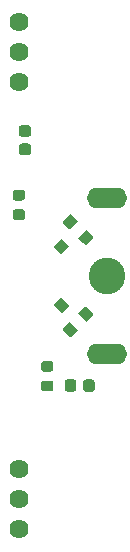
<source format=gbr>
%TF.GenerationSoftware,KiCad,Pcbnew,5.1.9-73d0e3b20d~88~ubuntu20.04.1*%
%TF.CreationDate,2021-04-18T17:47:56-07:00*%
%TF.ProjectId,encoder,656e636f-6465-4722-9e6b-696361645f70,rev?*%
%TF.SameCoordinates,Original*%
%TF.FileFunction,Soldermask,Top*%
%TF.FilePolarity,Negative*%
%FSLAX46Y46*%
G04 Gerber Fmt 4.6, Leading zero omitted, Abs format (unit mm)*
G04 Created by KiCad (PCBNEW 5.1.9-73d0e3b20d~88~ubuntu20.04.1) date 2021-04-18 17:47:56*
%MOMM*%
%LPD*%
G01*
G04 APERTURE LIST*
%ADD10C,3.100000*%
%ADD11O,3.400000X1.750000*%
%ADD12C,1.620000*%
G04 APERTURE END LIST*
D10*
%TO.C,CN1*%
X100000000Y-100000000D03*
D11*
X100000000Y-106625200D03*
X100000000Y-93375200D03*
D12*
X92519900Y-116380000D03*
X92519900Y-118920000D03*
X92519900Y-121460000D03*
X92519900Y-78540000D03*
X92519900Y-81080000D03*
X92519900Y-83620000D03*
%TD*%
%TO.C,C2*%
G36*
G01*
X97925000Y-109571200D02*
X97925000Y-109021200D01*
G75*
G02*
X98175000Y-108771200I250000J0D01*
G01*
X98675000Y-108771200D01*
G75*
G02*
X98925000Y-109021200I0J-250000D01*
G01*
X98925000Y-109571200D01*
G75*
G02*
X98675000Y-109821200I-250000J0D01*
G01*
X98175000Y-109821200D01*
G75*
G02*
X97925000Y-109571200I0J250000D01*
G01*
G37*
G36*
G01*
X96375000Y-109571200D02*
X96375000Y-109021200D01*
G75*
G02*
X96625000Y-108771200I250000J0D01*
G01*
X97125000Y-108771200D01*
G75*
G02*
X97375000Y-109021200I0J-250000D01*
G01*
X97375000Y-109571200D01*
G75*
G02*
X97125000Y-109821200I-250000J0D01*
G01*
X96625000Y-109821200D01*
G75*
G02*
X96375000Y-109571200I0J250000D01*
G01*
G37*
%TD*%
%TO.C,C1*%
G36*
G01*
X93289800Y-88244000D02*
X92739800Y-88244000D01*
G75*
G02*
X92489800Y-87994000I0J250000D01*
G01*
X92489800Y-87494000D01*
G75*
G02*
X92739800Y-87244000I250000J0D01*
G01*
X93289800Y-87244000D01*
G75*
G02*
X93539800Y-87494000I0J-250000D01*
G01*
X93539800Y-87994000D01*
G75*
G02*
X93289800Y-88244000I-250000J0D01*
G01*
G37*
G36*
G01*
X93289800Y-89794000D02*
X92739800Y-89794000D01*
G75*
G02*
X92489800Y-89544000I0J250000D01*
G01*
X92489800Y-89044000D01*
G75*
G02*
X92739800Y-88794000I250000J0D01*
G01*
X93289800Y-88794000D01*
G75*
G02*
X93539800Y-89044000I0J-250000D01*
G01*
X93539800Y-89544000D01*
G75*
G02*
X93289800Y-89794000I-250000J0D01*
G01*
G37*
%TD*%
%TO.C,R2*%
G36*
G01*
X92200000Y-94375000D02*
X92800000Y-94375000D01*
G75*
G02*
X93025000Y-94600000I0J-225000D01*
G01*
X93025000Y-95050000D01*
G75*
G02*
X92800000Y-95275000I-225000J0D01*
G01*
X92200000Y-95275000D01*
G75*
G02*
X91975000Y-95050000I0J225000D01*
G01*
X91975000Y-94600000D01*
G75*
G02*
X92200000Y-94375000I225000J0D01*
G01*
G37*
G36*
G01*
X92200000Y-92725000D02*
X92800000Y-92725000D01*
G75*
G02*
X93025000Y-92950000I0J-225000D01*
G01*
X93025000Y-93400000D01*
G75*
G02*
X92800000Y-93625000I-225000J0D01*
G01*
X92200000Y-93625000D01*
G75*
G02*
X91975000Y-93400000I0J225000D01*
G01*
X91975000Y-92950000D01*
G75*
G02*
X92200000Y-92725000I225000J0D01*
G01*
G37*
%TD*%
%TO.C,R1*%
G36*
G01*
X94600000Y-108875000D02*
X95200000Y-108875000D01*
G75*
G02*
X95425000Y-109100000I0J-225000D01*
G01*
X95425000Y-109550000D01*
G75*
G02*
X95200000Y-109775000I-225000J0D01*
G01*
X94600000Y-109775000D01*
G75*
G02*
X94375000Y-109550000I0J225000D01*
G01*
X94375000Y-109100000D01*
G75*
G02*
X94600000Y-108875000I225000J0D01*
G01*
G37*
G36*
G01*
X94600000Y-107225000D02*
X95200000Y-107225000D01*
G75*
G02*
X95425000Y-107450000I0J-225000D01*
G01*
X95425000Y-107900000D01*
G75*
G02*
X95200000Y-108125000I-225000J0D01*
G01*
X94600000Y-108125000D01*
G75*
G02*
X94375000Y-107900000I0J225000D01*
G01*
X94375000Y-107450000D01*
G75*
G02*
X94600000Y-107225000I225000J0D01*
G01*
G37*
%TD*%
%TO.C,Q2*%
G36*
G01*
X96729289Y-102563603D02*
X96163603Y-103129289D01*
G75*
G02*
X96092893Y-103129289I-35355J35355D01*
G01*
X95456497Y-102492893D01*
G75*
G02*
X95456497Y-102422183I35355J35355D01*
G01*
X96022183Y-101856497D01*
G75*
G02*
X96092893Y-101856497I35355J-35355D01*
G01*
X96729289Y-102492893D01*
G75*
G02*
X96729289Y-102563603I-35355J-35355D01*
G01*
G37*
G36*
G01*
X98815254Y-103306065D02*
X98249568Y-103871751D01*
G75*
G02*
X98178858Y-103871751I-35355J35355D01*
G01*
X97542462Y-103235355D01*
G75*
G02*
X97542462Y-103164645I35355J35355D01*
G01*
X98108148Y-102598959D01*
G75*
G02*
X98178858Y-102598959I35355J-35355D01*
G01*
X98815254Y-103235355D01*
G75*
G02*
X98815254Y-103306065I-35355J-35355D01*
G01*
G37*
G36*
G01*
X97471751Y-104649568D02*
X96906065Y-105215254D01*
G75*
G02*
X96835355Y-105215254I-35355J35355D01*
G01*
X96198959Y-104578858D01*
G75*
G02*
X96198959Y-104508148I35355J35355D01*
G01*
X96764645Y-103942462D01*
G75*
G02*
X96835355Y-103942462I35355J-35355D01*
G01*
X97471751Y-104578858D01*
G75*
G02*
X97471751Y-104649568I-35355J-35355D01*
G01*
G37*
%TD*%
%TO.C,Q1*%
G36*
G01*
X96163603Y-96870711D02*
X96729289Y-97436397D01*
G75*
G02*
X96729289Y-97507107I-35355J-35355D01*
G01*
X96092893Y-98143503D01*
G75*
G02*
X96022183Y-98143503I-35355J35355D01*
G01*
X95456497Y-97577817D01*
G75*
G02*
X95456497Y-97507107I35355J35355D01*
G01*
X96092893Y-96870711D01*
G75*
G02*
X96163603Y-96870711I35355J-35355D01*
G01*
G37*
G36*
G01*
X96906065Y-94784746D02*
X97471751Y-95350432D01*
G75*
G02*
X97471751Y-95421142I-35355J-35355D01*
G01*
X96835355Y-96057538D01*
G75*
G02*
X96764645Y-96057538I-35355J35355D01*
G01*
X96198959Y-95491852D01*
G75*
G02*
X96198959Y-95421142I35355J35355D01*
G01*
X96835355Y-94784746D01*
G75*
G02*
X96906065Y-94784746I35355J-35355D01*
G01*
G37*
G36*
G01*
X98249568Y-96128249D02*
X98815254Y-96693935D01*
G75*
G02*
X98815254Y-96764645I-35355J-35355D01*
G01*
X98178858Y-97401041D01*
G75*
G02*
X98108148Y-97401041I-35355J35355D01*
G01*
X97542462Y-96835355D01*
G75*
G02*
X97542462Y-96764645I35355J35355D01*
G01*
X98178858Y-96128249D01*
G75*
G02*
X98249568Y-96128249I35355J-35355D01*
G01*
G37*
%TD*%
M02*

</source>
